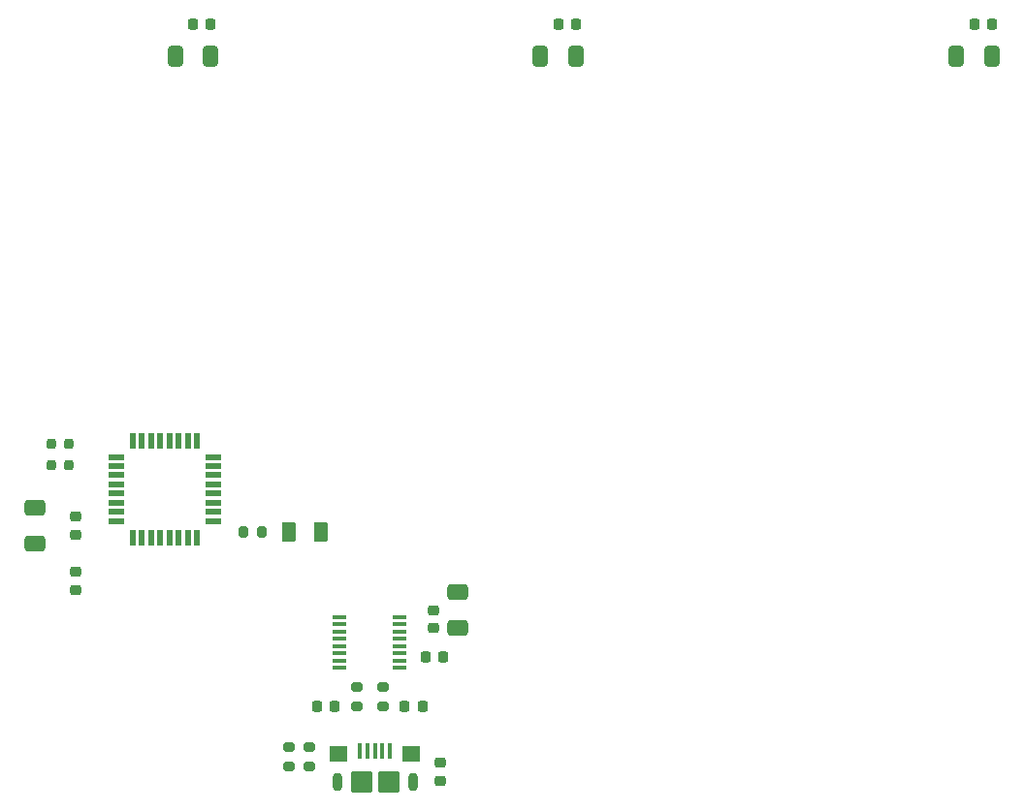
<source format=gbr>
%TF.GenerationSoftware,KiCad,Pcbnew,7.0.11+dfsg-1build4*%
%TF.CreationDate,2025-03-22T04:05:15-07:00*%
%TF.ProjectId,STM-32 PCB,53544d2d-3332-4205-9043-422e6b696361,rev?*%
%TF.SameCoordinates,Original*%
%TF.FileFunction,Paste,Top*%
%TF.FilePolarity,Positive*%
%FSLAX46Y46*%
G04 Gerber Fmt 4.6, Leading zero omitted, Abs format (unit mm)*
G04 Created by KiCad (PCBNEW 7.0.11+dfsg-1build4) date 2025-03-22 04:05:15*
%MOMM*%
%LPD*%
G01*
G04 APERTURE LIST*
G04 Aperture macros list*
%AMRoundRect*
0 Rectangle with rounded corners*
0 $1 Rounding radius*
0 $2 $3 $4 $5 $6 $7 $8 $9 X,Y pos of 4 corners*
0 Add a 4 corners polygon primitive as box body*
4,1,4,$2,$3,$4,$5,$6,$7,$8,$9,$2,$3,0*
0 Add four circle primitives for the rounded corners*
1,1,$1+$1,$2,$3*
1,1,$1+$1,$4,$5*
1,1,$1+$1,$6,$7*
1,1,$1+$1,$8,$9*
0 Add four rect primitives between the rounded corners*
20,1,$1+$1,$2,$3,$4,$5,0*
20,1,$1+$1,$4,$5,$6,$7,0*
20,1,$1+$1,$6,$7,$8,$9,0*
20,1,$1+$1,$8,$9,$2,$3,0*%
G04 Aperture macros list end*
%ADD10RoundRect,0.200000X-0.200000X-0.250000X0.200000X-0.250000X0.200000X0.250000X-0.200000X0.250000X0*%
%ADD11RoundRect,0.225000X-0.250000X0.225000X-0.250000X-0.225000X0.250000X-0.225000X0.250000X0.225000X0*%
%ADD12RoundRect,0.225000X0.250000X-0.225000X0.250000X0.225000X-0.250000X0.225000X-0.250000X-0.225000X0*%
%ADD13R,1.200000X0.400000*%
%ADD14RoundRect,0.250000X-0.412500X-0.650000X0.412500X-0.650000X0.412500X0.650000X-0.412500X0.650000X0*%
%ADD15RoundRect,0.225000X-0.225000X-0.250000X0.225000X-0.250000X0.225000X0.250000X-0.225000X0.250000X0*%
%ADD16RoundRect,0.100000X-0.100000X-0.575000X0.100000X-0.575000X0.100000X0.575000X-0.100000X0.575000X0*%
%ADD17O,0.900000X1.600000*%
%ADD18RoundRect,0.250000X-0.550000X-0.450000X0.550000X-0.450000X0.550000X0.450000X-0.550000X0.450000X0*%
%ADD19RoundRect,0.250000X-0.700000X-0.700000X0.700000X-0.700000X0.700000X0.700000X-0.700000X0.700000X0*%
%ADD20RoundRect,0.200000X0.275000X-0.200000X0.275000X0.200000X-0.275000X0.200000X-0.275000X-0.200000X0*%
%ADD21RoundRect,0.250000X-0.650000X0.412500X-0.650000X-0.412500X0.650000X-0.412500X0.650000X0.412500X0*%
%ADD22R,1.475000X0.600000*%
%ADD23R,0.600000X1.475000*%
%ADD24RoundRect,0.250000X0.650000X-0.412500X0.650000X0.412500X-0.650000X0.412500X-0.650000X-0.412500X0*%
%ADD25RoundRect,0.200000X-0.275000X0.200000X-0.275000X-0.200000X0.275000X-0.200000X0.275000X0.200000X0*%
%ADD26RoundRect,0.250000X0.375000X0.625000X-0.375000X0.625000X-0.375000X-0.625000X0.375000X-0.625000X0*%
%ADD27RoundRect,0.200000X0.200000X0.275000X-0.200000X0.275000X-0.200000X-0.275000X0.200000X-0.275000X0*%
%ADD28RoundRect,0.225000X0.225000X0.250000X-0.225000X0.250000X-0.225000X-0.250000X0.225000X-0.250000X0*%
G04 APERTURE END LIST*
D10*
%TO.C,X1*%
X125225000Y-104150000D03*
X125225000Y-106000000D03*
X123775000Y-106000000D03*
X123775000Y-104150000D03*
%TD*%
D11*
%TO.C,C18*%
X157058000Y-118695000D03*
X157058000Y-120245000D03*
%TD*%
D12*
%TO.C,C2*%
X125879000Y-112065000D03*
X125879000Y-110515000D03*
%TD*%
D13*
%TO.C,U5*%
X148910000Y-119295000D03*
X148910000Y-119930000D03*
X148910000Y-120565000D03*
X148910000Y-121200000D03*
X148910000Y-121835000D03*
X148910000Y-122470000D03*
X148910000Y-123105000D03*
X148910000Y-123740000D03*
X154110000Y-123740000D03*
X154110000Y-123105000D03*
X154110000Y-122470000D03*
X154110000Y-121835000D03*
X154110000Y-121200000D03*
X154110000Y-120565000D03*
X154110000Y-119930000D03*
X154110000Y-119295000D03*
%TD*%
D14*
%TO.C,C7*%
X166425000Y-70280000D03*
X169550000Y-70280000D03*
%TD*%
D15*
%TO.C,C8*%
X168005000Y-67520000D03*
X169555000Y-67520000D03*
%TD*%
D16*
%TO.C,J10*%
X150690000Y-131000000D03*
X151340000Y-131000000D03*
X151990000Y-131000000D03*
X152640000Y-131000000D03*
X153290000Y-131000000D03*
D17*
X148690000Y-133675000D03*
D18*
X148790000Y-131225000D03*
D19*
X150790000Y-133675000D03*
X153190000Y-133675000D03*
D18*
X155190000Y-131225000D03*
D17*
X155290000Y-133675000D03*
%TD*%
D15*
%TO.C,C14*%
X154595000Y-127060000D03*
X156145000Y-127060000D03*
%TD*%
D14*
%TO.C,C4*%
X134535000Y-70280000D03*
X137660000Y-70280000D03*
%TD*%
D11*
%TO.C,C3*%
X125815000Y-115350000D03*
X125815000Y-116900000D03*
%TD*%
D15*
%TO.C,C11*%
X204305000Y-67520000D03*
X205855000Y-67520000D03*
%TD*%
%TO.C,C16*%
X156420000Y-122800000D03*
X157970000Y-122800000D03*
%TD*%
D12*
%TO.C,C13*%
X157700000Y-133575000D03*
X157700000Y-132025000D03*
%TD*%
D20*
%TO.C,R3*%
X150439000Y-127080000D03*
X150439000Y-125430000D03*
%TD*%
D21*
%TO.C,C17*%
X159230000Y-117127500D03*
X159230000Y-120252500D03*
%TD*%
D20*
%TO.C,R2*%
X152710000Y-127080000D03*
X152710000Y-125430000D03*
%TD*%
%TO.C,R5*%
X144500000Y-132305000D03*
X144500000Y-130655000D03*
%TD*%
D22*
%TO.C,U1*%
X129402000Y-105290000D03*
X129402000Y-106090000D03*
X129402000Y-106890000D03*
X129402000Y-107690000D03*
X129402000Y-108490000D03*
X129402000Y-109290000D03*
X129402000Y-110090000D03*
X129402000Y-110890000D03*
D23*
X130840000Y-112328000D03*
X131640000Y-112328000D03*
X132440000Y-112328000D03*
X133240000Y-112328000D03*
X134040000Y-112328000D03*
X134840000Y-112328000D03*
X135640000Y-112328000D03*
X136440000Y-112328000D03*
D22*
X137878000Y-110890000D03*
X137878000Y-110090000D03*
X137878000Y-109290000D03*
X137878000Y-108490000D03*
X137878000Y-107690000D03*
X137878000Y-106890000D03*
X137878000Y-106090000D03*
X137878000Y-105290000D03*
D23*
X136440000Y-103852000D03*
X135640000Y-103852000D03*
X134840000Y-103852000D03*
X134040000Y-103852000D03*
X133240000Y-103852000D03*
X132440000Y-103852000D03*
X131640000Y-103852000D03*
X130840000Y-103852000D03*
%TD*%
D24*
%TO.C,C1*%
X122279000Y-112852500D03*
X122279000Y-109727500D03*
%TD*%
D14*
%TO.C,C10*%
X202725000Y-70280000D03*
X205850000Y-70280000D03*
%TD*%
D25*
%TO.C,R4*%
X146220000Y-130655000D03*
X146220000Y-132305000D03*
%TD*%
D15*
%TO.C,C5*%
X136115000Y-67520000D03*
X137665000Y-67520000D03*
%TD*%
D26*
%TO.C,D1*%
X147298000Y-111834000D03*
X144498000Y-111834000D03*
%TD*%
D27*
%TO.C,R1*%
X142151000Y-111834000D03*
X140501000Y-111834000D03*
%TD*%
D28*
%TO.C,C15*%
X148495000Y-127070000D03*
X146945000Y-127070000D03*
%TD*%
M02*

</source>
